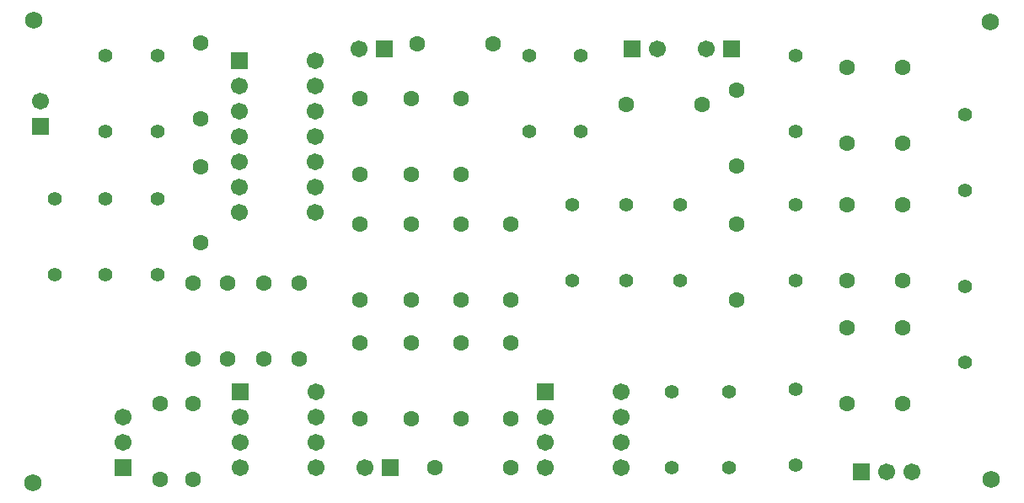
<source format=gts>
G04*
G04 #@! TF.GenerationSoftware,Altium Limited,Altium Designer,22.6.1 (34)*
G04*
G04 Layer_Color=8388736*
%FSLAX23Y23*%
%MOIN*%
G70*
G04*
G04 #@! TF.SameCoordinates,C87C71DA-0ECB-4DA1-9284-8B4E43F81947*
G04*
G04*
G04 #@! TF.FilePolarity,Negative*
G04*
G01*
G75*
%ADD12C,0.067*%
%ADD13R,0.067X0.067*%
%ADD14C,0.063*%
%ADD15C,0.067*%
%ADD16R,0.067X0.067*%
%ADD17C,0.055*%
%ADD18R,0.067X0.067*%
%ADD19C,0.068*%
D12*
X2399Y130D02*
D03*
Y230D02*
D03*
Y330D02*
D03*
Y430D02*
D03*
X2099Y130D02*
D03*
Y230D02*
D03*
Y330D02*
D03*
X1188Y1637D02*
D03*
X888D02*
D03*
Y1537D02*
D03*
Y1437D02*
D03*
Y1337D02*
D03*
Y1237D02*
D03*
Y1137D02*
D03*
X1188Y1737D02*
D03*
Y1537D02*
D03*
Y1437D02*
D03*
Y1137D02*
D03*
Y1337D02*
D03*
Y1237D02*
D03*
X892Y130D02*
D03*
X1192Y330D02*
D03*
Y130D02*
D03*
X892Y230D02*
D03*
Y330D02*
D03*
X1192Y230D02*
D03*
Y430D02*
D03*
D13*
X2099D02*
D03*
X888Y1737D02*
D03*
X892Y430D02*
D03*
D14*
X2855Y1322D02*
D03*
Y1622D02*
D03*
X1663Y127D02*
D03*
X1963D02*
D03*
X2719Y1566D02*
D03*
X2419D02*
D03*
X1365Y1287D02*
D03*
Y1091D02*
D03*
X1766Y1587D02*
D03*
X1365D02*
D03*
X1568Y1091D02*
D03*
X3511Y1712D02*
D03*
X1960Y1091D02*
D03*
X1766Y623D02*
D03*
X1365Y791D02*
D03*
X1960Y323D02*
D03*
X1766Y791D02*
D03*
X704Y859D02*
D03*
X736Y1318D02*
D03*
X840Y559D02*
D03*
X986D02*
D03*
X736Y1018D02*
D03*
Y1507D02*
D03*
X575Y382D02*
D03*
X704D02*
D03*
X575Y82D02*
D03*
X704Y559D02*
D03*
X1568Y323D02*
D03*
X1365Y623D02*
D03*
X1893Y1805D02*
D03*
X2855Y1091D02*
D03*
X3290Y382D02*
D03*
Y1712D02*
D03*
X3511Y382D02*
D03*
X1365Y323D02*
D03*
X1593Y1805D02*
D03*
X1568Y1287D02*
D03*
X1766Y323D02*
D03*
X1568Y623D02*
D03*
X1766Y1287D02*
D03*
Y1091D02*
D03*
X1960Y791D02*
D03*
Y623D02*
D03*
X3511Y1412D02*
D03*
Y1167D02*
D03*
X3290Y682D02*
D03*
Y867D02*
D03*
X2855Y791D02*
D03*
X1568Y1587D02*
D03*
Y791D02*
D03*
X3290Y1167D02*
D03*
Y1412D02*
D03*
X3511Y682D02*
D03*
Y867D02*
D03*
X704Y82D02*
D03*
X840Y859D02*
D03*
X1126D02*
D03*
X986D02*
D03*
X1126Y559D02*
D03*
X736Y1807D02*
D03*
D15*
X3449Y113D02*
D03*
X3549D02*
D03*
X2735Y1785D02*
D03*
X102Y1580D02*
D03*
X2542Y1785D02*
D03*
X1360D02*
D03*
X1385Y127D02*
D03*
X429Y327D02*
D03*
Y227D02*
D03*
D16*
X3349Y113D02*
D03*
X1460Y1785D02*
D03*
X2442D02*
D03*
X2835D02*
D03*
X1485Y127D02*
D03*
D17*
X2599Y430D02*
D03*
Y130D02*
D03*
X3088Y438D02*
D03*
Y138D02*
D03*
X2825Y430D02*
D03*
Y130D02*
D03*
X2036Y1460D02*
D03*
X565Y1192D02*
D03*
X357Y1760D02*
D03*
X3088Y867D02*
D03*
X2206D02*
D03*
X2419Y1167D02*
D03*
X3757Y1525D02*
D03*
X2632Y1167D02*
D03*
X159Y1192D02*
D03*
X357D02*
D03*
X159Y892D02*
D03*
X3757Y1225D02*
D03*
X357Y892D02*
D03*
X2419Y867D02*
D03*
X565Y892D02*
D03*
X2632Y867D02*
D03*
X357Y1460D02*
D03*
X565D02*
D03*
Y1760D02*
D03*
X2206Y1167D02*
D03*
X2239Y1460D02*
D03*
X2036Y1760D02*
D03*
X2239D02*
D03*
X3088Y1167D02*
D03*
Y1460D02*
D03*
Y1760D02*
D03*
X3757Y544D02*
D03*
Y844D02*
D03*
D18*
X102Y1480D02*
D03*
X429Y127D02*
D03*
D19*
X3858Y1892D02*
D03*
X74Y1897D02*
D03*
X72Y70D02*
D03*
X3863Y83D02*
D03*
M02*

</source>
